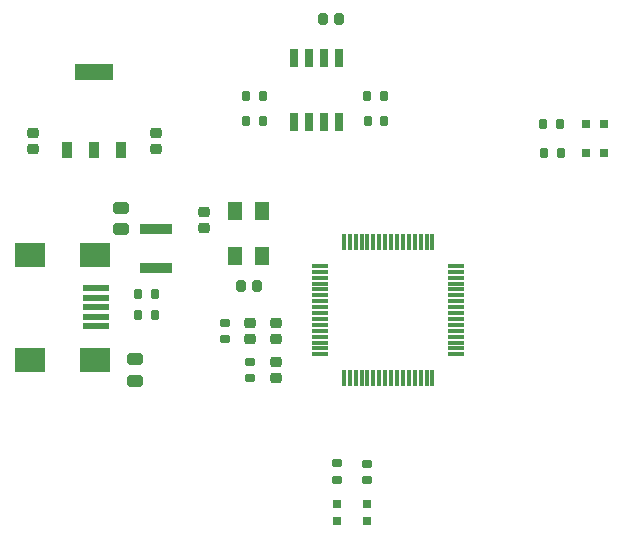
<source format=gbr>
G04*
G04 #@! TF.GenerationSoftware,Altium Limited,Altium Designer,23.6.0 (18)*
G04*
G04 Layer_Color=8421504*
%FSLAX44Y44*%
%MOMM*%
G71*
G04*
G04 #@! TF.SameCoordinates,D937CF5F-481C-4708-B2B1-4CAA2D9F1EF8*
G04*
G04*
G04 #@! TF.FilePolarity,Positive*
G04*
G01*
G75*
%ADD14R,2.3000X0.5000*%
%ADD15R,2.5000X2.0000*%
G04:AMPARAMS|DCode=16|XSize=0.9mm|YSize=0.7mm|CornerRadius=0.175mm|HoleSize=0mm|Usage=FLASHONLY|Rotation=90.000|XOffset=0mm|YOffset=0mm|HoleType=Round|Shape=RoundedRectangle|*
%AMROUNDEDRECTD16*
21,1,0.9000,0.3500,0,0,90.0*
21,1,0.5500,0.7000,0,0,90.0*
1,1,0.3500,0.1750,0.2750*
1,1,0.3500,0.1750,-0.2750*
1,1,0.3500,-0.1750,-0.2750*
1,1,0.3500,-0.1750,0.2750*
%
%ADD16ROUNDEDRECTD16*%
%ADD17R,0.8000X0.8000*%
%ADD18R,0.8000X0.8000*%
%ADD19R,1.3000X1.6000*%
G04:AMPARAMS|DCode=20|XSize=0.9mm|YSize=0.7mm|CornerRadius=0.175mm|HoleSize=0mm|Usage=FLASHONLY|Rotation=0.000|XOffset=0mm|YOffset=0mm|HoleType=Round|Shape=RoundedRectangle|*
%AMROUNDEDRECTD20*
21,1,0.9000,0.3500,0,0,0.0*
21,1,0.5500,0.7000,0,0,0.0*
1,1,0.3500,0.2750,-0.1750*
1,1,0.3500,-0.2750,-0.1750*
1,1,0.3500,-0.2750,0.1750*
1,1,0.3500,0.2750,0.1750*
%
%ADD20ROUNDEDRECTD20*%
%ADD21R,0.9500X1.4500*%
%ADD22R,3.2500X1.4500*%
G04:AMPARAMS|DCode=23|XSize=0.95mm|YSize=0.85mm|CornerRadius=0.2125mm|HoleSize=0mm|Usage=FLASHONLY|Rotation=180.000|XOffset=0mm|YOffset=0mm|HoleType=Round|Shape=RoundedRectangle|*
%AMROUNDEDRECTD23*
21,1,0.9500,0.4250,0,0,180.0*
21,1,0.5250,0.8500,0,0,180.0*
1,1,0.4250,-0.2625,0.2125*
1,1,0.4250,0.2625,0.2125*
1,1,0.4250,0.2625,-0.2125*
1,1,0.4250,-0.2625,-0.2125*
%
%ADD23ROUNDEDRECTD23*%
G04:AMPARAMS|DCode=24|XSize=1.35mm|YSize=1mm|CornerRadius=0.25mm|HoleSize=0mm|Usage=FLASHONLY|Rotation=180.000|XOffset=0mm|YOffset=0mm|HoleType=Round|Shape=RoundedRectangle|*
%AMROUNDEDRECTD24*
21,1,1.3500,0.5000,0,0,180.0*
21,1,0.8500,1.0000,0,0,180.0*
1,1,0.5000,-0.4250,0.2500*
1,1,0.5000,0.4250,0.2500*
1,1,0.5000,0.4250,-0.2500*
1,1,0.5000,-0.4250,-0.2500*
%
%ADD24ROUNDEDRECTD24*%
%ADD25R,2.8100X0.8800*%
%ADD26R,1.4750X0.3000*%
%ADD27R,0.3000X1.4750*%
%ADD28R,0.6500X1.5250*%
G04:AMPARAMS|DCode=29|XSize=0.95mm|YSize=0.85mm|CornerRadius=0.2125mm|HoleSize=0mm|Usage=FLASHONLY|Rotation=270.000|XOffset=0mm|YOffset=0mm|HoleType=Round|Shape=RoundedRectangle|*
%AMROUNDEDRECTD29*
21,1,0.9500,0.4250,0,0,270.0*
21,1,0.5250,0.8500,0,0,270.0*
1,1,0.4250,-0.2125,-0.2625*
1,1,0.4250,-0.2125,0.2625*
1,1,0.4250,0.2125,0.2625*
1,1,0.4250,0.2125,-0.2625*
%
%ADD29ROUNDEDRECTD29*%
D14*
X89000Y267460D02*
D03*
Y259460D02*
D03*
Y251460D02*
D03*
Y243460D02*
D03*
Y235460D02*
D03*
D15*
X33000Y295960D02*
D03*
X88000D02*
D03*
Y206960D02*
D03*
X33000D02*
D03*
D16*
X482600Y382270D02*
D03*
X468600D02*
D03*
X481980Y406400D02*
D03*
X467980D02*
D03*
X139080Y262890D02*
D03*
X125080D02*
D03*
X139080Y245110D02*
D03*
X125080D02*
D03*
X216520Y408940D02*
D03*
X230520D02*
D03*
X216520Y430530D02*
D03*
X230520D02*
D03*
X333390Y408940D02*
D03*
X319390D02*
D03*
X318770Y430530D02*
D03*
X332770D02*
D03*
D17*
X504310Y406400D02*
D03*
X519310D02*
D03*
X504310Y382270D02*
D03*
X519310D02*
D03*
D18*
X293370Y84970D02*
D03*
Y69970D02*
D03*
X318770Y84970D02*
D03*
Y69970D02*
D03*
D19*
X229940Y332690D02*
D03*
Y294690D02*
D03*
X206940D02*
D03*
Y332690D02*
D03*
D20*
X293370Y105380D02*
D03*
Y119380D02*
D03*
X318770Y104760D02*
D03*
Y118760D02*
D03*
X219835Y205120D02*
D03*
Y191120D02*
D03*
X198120Y238140D02*
D03*
Y224140D02*
D03*
D21*
X64730Y384830D02*
D03*
X87630D02*
D03*
X110530D02*
D03*
D22*
X87630Y450830D02*
D03*
D23*
X35560Y385680D02*
D03*
Y399180D02*
D03*
X139700D02*
D03*
Y385680D02*
D03*
X241300Y204870D02*
D03*
Y191370D02*
D03*
Y224390D02*
D03*
Y237890D02*
D03*
X219835Y224390D02*
D03*
Y237890D02*
D03*
X180340Y318370D02*
D03*
Y331870D02*
D03*
D24*
X110490Y317390D02*
D03*
Y335390D02*
D03*
X121920Y207120D02*
D03*
Y189120D02*
D03*
D25*
X139700Y284640D02*
D03*
Y317340D02*
D03*
D26*
X279170Y286420D02*
D03*
Y281420D02*
D03*
Y276420D02*
D03*
Y271420D02*
D03*
Y266420D02*
D03*
Y261420D02*
D03*
Y256420D02*
D03*
Y251420D02*
D03*
Y246420D02*
D03*
Y241420D02*
D03*
Y236420D02*
D03*
Y231420D02*
D03*
Y226420D02*
D03*
Y221420D02*
D03*
Y216420D02*
D03*
Y211420D02*
D03*
X393930D02*
D03*
Y216420D02*
D03*
Y221420D02*
D03*
Y226420D02*
D03*
Y231420D02*
D03*
Y236420D02*
D03*
Y241420D02*
D03*
Y246420D02*
D03*
Y251420D02*
D03*
Y256420D02*
D03*
Y261420D02*
D03*
Y266420D02*
D03*
Y271420D02*
D03*
Y276420D02*
D03*
Y281420D02*
D03*
Y286420D02*
D03*
D27*
X299050Y191540D02*
D03*
X304050D02*
D03*
X309050D02*
D03*
X314050D02*
D03*
X319050D02*
D03*
X324050D02*
D03*
X329050D02*
D03*
X334050D02*
D03*
X339050D02*
D03*
X344050D02*
D03*
X349050D02*
D03*
X354050D02*
D03*
X359050D02*
D03*
X364050D02*
D03*
X369050D02*
D03*
X374050D02*
D03*
Y306300D02*
D03*
X369050D02*
D03*
X364050D02*
D03*
X359050D02*
D03*
X354050D02*
D03*
X349050D02*
D03*
X344050D02*
D03*
X339050D02*
D03*
X334050D02*
D03*
X329050D02*
D03*
X324050D02*
D03*
X319050D02*
D03*
X314050D02*
D03*
X309050D02*
D03*
X304050D02*
D03*
X299050D02*
D03*
D28*
X256540Y408490D02*
D03*
X269240D02*
D03*
X281940D02*
D03*
X294640D02*
D03*
Y462730D02*
D03*
X281940D02*
D03*
X269240D02*
D03*
X256540D02*
D03*
D29*
X295040Y495300D02*
D03*
X281540D02*
D03*
X211690Y269240D02*
D03*
X225190D02*
D03*
M02*

</source>
